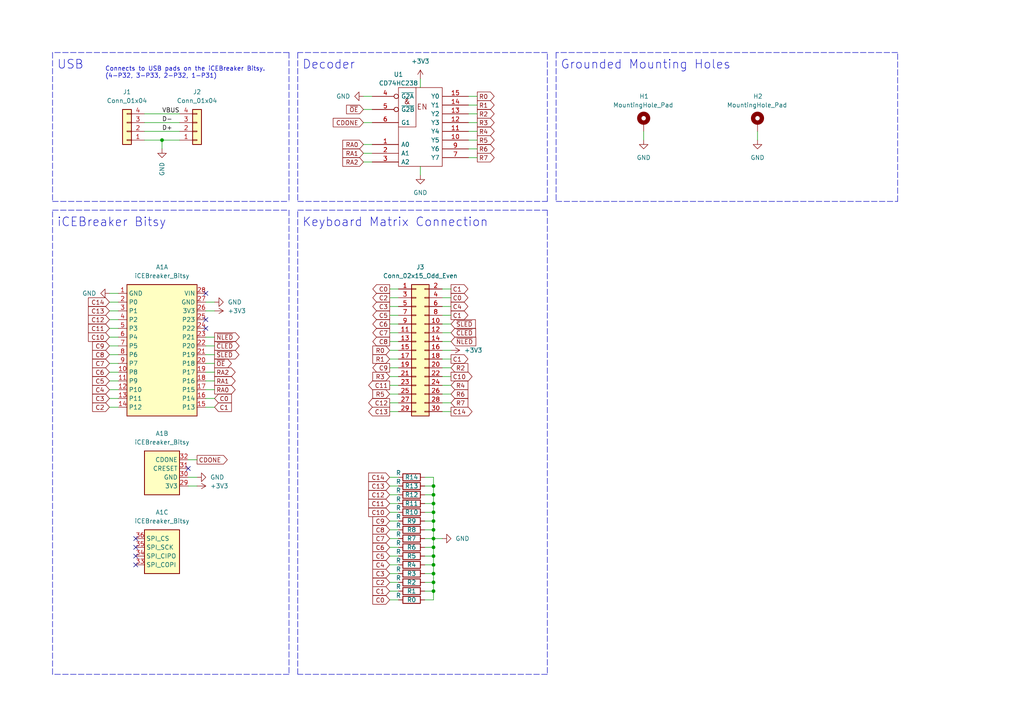
<source format=kicad_sch>
(kicad_sch (version 20211123) (generator eeschema)
  (paper "A4")
  (title_block (title "WASD v1 Keyboard to iCEBreaker Bitsy Bridge") (date "2022-02-20") (rev "v0.1"))
  (lib_symbols
    (symbol "74xx_IEEE:74HC238" (pin_names (offset 0.762))
      (property "Reference" "U" (at 3.81 8.89 0))
      (property "Value" "74HC238" (at 8.89 -16.51 0))
      (symbol "74HC238_0_0"
        (text "&" (at -3.81 3.556 0) (effects (font (size 1.524 1.524))))
        (text "EN" (at 0.508 2.032 0) (effects (font (size 1.524 1.524))))
        (pin power_in line (at 0 7.62 270) (length 0) hide (name "VCC") (number "16"))
      )
      (symbol "74HC238_0_1"
        (rectangle (start -6.35 7.62) (end 6.35 -15.24))
        (polyline (pts (xy -1.27 7.62) (xy -1.27 -3.81) (xy -6.35 -3.81) (xy -6.35 -3.81)))
      )
      (symbol "74HC238_1_1"
        (pin input line (at -13.97 -8.89 0) (length 7.62) (name "A0") (number "1"))
        (pin output line (at 13.97 -7.62 180) (length 7.62) (name "Y5") (number "10"))
        (pin output line (at 13.97 -5.08 180) (length 7.62) (name "Y4") (number "11"))
        (pin output line (at 13.97 -2.54 180) (length 7.62) (name "Y3") (number "12"))
        (pin output line (at 13.97 0 180) (length 7.62) (name "Y2") (number "13"))
        (pin output line (at 13.97 2.54 180) (length 7.62) (name "Y1") (number "14"))
        (pin output line (at 13.97 5.08 180) (length 7.62) (name "Y0") (number "15"))
        (pin input line (at -13.97 -11.43 0) (length 7.62) (name "A1") (number "2"))
        (pin input line (at -13.97 -13.97 0) (length 7.62) (name "A2") (number "3"))
        (pin input inverted (at -13.97 5.08 0) (length 7.62) (name "~{G2A}") (number "4"))
        (pin input inverted (at -13.97 1.27 0) (length 7.62) (name "~{G2B}") (number "5"))
        (pin input line (at -13.97 -2.54 0) (length 7.62) (name "G1") (number "6"))
        (pin output line (at 13.97 -12.7 180) (length 7.62) (name "Y7") (number "7"))
        (pin power_in line (at 0 -15.24 90) (length 0) hide (name "GND") (number "8"))
        (pin output line (at 13.97 -10.16 180) (length 7.62) (name "Y6") (number "9"))
      )
    )
    (symbol "Connector_Generic:Conn_01x04" (pin_names (offset 1.016) hide)
      (property "Reference" "J" (at 0 5.08 0))
      (property "Value" "Conn_01x04" (at 0 -7.62 0))
      (symbol "Conn_01x04_1_1"
        (rectangle (start -1.27 -4.953) (end 0 -5.207) (stroke (width 0.1524)))
        (rectangle (start -1.27 -2.413) (end 0 -2.667) (stroke (width 0.1524)))
        (rectangle (start -1.27 0.127) (end 0 -0.127) (stroke (width 0.1524)))
        (rectangle (start -1.27 2.667) (end 0 2.413) (stroke (width 0.1524)))
        (rectangle (start -1.27 3.81) (end 1.27 -6.35) (stroke (width 0.254)) (fill (type background)))
        (pin passive line (at -5.08 2.54 0) (length 3.81) (name "Pin_1") (number "1"))
        (pin passive line (at -5.08 0 0) (length 3.81) (name "Pin_2") (number "2"))
        (pin passive line (at -5.08 -2.54 0) (length 3.81) (name "Pin_3") (number "3"))
        (pin passive line (at -5.08 -5.08 0) (length 3.81) (name "Pin_4") (number "4"))
      )
    )
    (symbol "Connector_Generic:Conn_02x15_Odd_Even" (pin_names (offset 1.016) hide)
      (property "Reference" "J" (at 1.27 20.32 0))
      (property "Value" "Conn_02x15_Odd_Even" (at 1.27 -20.32 0))
      (symbol "Conn_02x15_Odd_Even_1_1"
        (rectangle (start -1.27 -17.653) (end 0 -17.907) (stroke (width 0.1524)))
        (rectangle (start -1.27 -15.113) (end 0 -15.367) (stroke (width 0.1524)))
        (rectangle (start -1.27 -12.573) (end 0 -12.827) (stroke (width 0.1524)))
        (rectangle (start -1.27 -10.033) (end 0 -10.287) (stroke (width 0.1524)))
        (rectangle (start -1.27 -7.493) (end 0 -7.747) (stroke (width 0.1524)))
        (rectangle (start -1.27 -4.953) (end 0 -5.207) (stroke (width 0.1524)))
        (rectangle (start -1.27 -2.413) (end 0 -2.667) (stroke (width 0.1524)))
        (rectangle (start -1.27 0.127) (end 0 -0.127) (stroke (width 0.1524)))
        (rectangle (start -1.27 2.667) (end 0 2.413) (stroke (width 0.1524)))
        (rectangle (start -1.27 5.207) (end 0 4.953) (stroke (width 0.1524)))
        (rectangle (start -1.27 7.747) (end 0 7.493) (stroke (width 0.1524)))
        (rectangle (start -1.27 10.287) (end 0 10.033) (stroke (width 0.1524)))
        (rectangle (start -1.27 12.827) (end 0 12.573) (stroke (width 0.1524)))
        (rectangle (start -1.27 15.367) (end 0 15.113) (stroke (width 0.1524)))
        (rectangle (start -1.27 17.907) (end 0 17.653) (stroke (width 0.1524)))
        (rectangle (start -1.27 19.05) (end 3.81 -19.05) (stroke (width 0.254)) (fill (type background)))
        (rectangle (start 3.81 -17.653) (end 2.54 -17.907) (stroke (width 0.1524)))
        (rectangle (start 3.81 -15.113) (end 2.54 -15.367) (stroke (width 0.1524)))
        (rectangle (start 3.81 -12.573) (end 2.54 -12.827) (stroke (width 0.1524)))
        (rectangle (start 3.81 -10.033) (end 2.54 -10.287) (stroke (width 0.1524)))
        (rectangle (start 3.81 -7.493) (end 2.54 -7.747) (stroke (width 0.1524)))
        (rectangle (start 3.81 -4.953) (end 2.54 -5.207) (stroke (width 0.1524)))
        (rectangle (start 3.81 -2.413) (end 2.54 -2.667) (stroke (width 0.1524)))
        (rectangle (start 3.81 0.127) (end 2.54 -0.127) (stroke (width 0.1524)))
        (rectangle (start 3.81 2.667) (end 2.54 2.413) (stroke (width 0.1524)))
        (rectangle (start 3.81 5.207) (end 2.54 4.953) (stroke (width 0.1524)))
        (rectangle (start 3.81 7.747) (end 2.54 7.493) (stroke (width 0.1524)))
        (rectangle (start 3.81 10.287) (end 2.54 10.033) (stroke (width 0.1524)))
        (rectangle (start 3.81 12.827) (end 2.54 12.573) (stroke (width 0.1524)))
        (rectangle (start 3.81 15.367) (end 2.54 15.113) (stroke (width 0.1524)))
        (rectangle (start 3.81 17.907) (end 2.54 17.653) (stroke (width 0.1524)))
        (pin passive line (at -5.08 17.78 0) (length 3.81) (name "Pin_1") (number "1"))
        (pin passive line (at 7.62 7.62 180) (length 3.81) (name "Pin_10") (number "10"))
        (pin passive line (at -5.08 5.08 0) (length 3.81) (name "Pin_11") (number "11"))
        (pin passive line (at 7.62 5.08 180) (length 3.81) (name "Pin_12") (number "12"))
        (pin passive line (at -5.08 2.54 0) (length 3.81) (name "Pin_13") (number "13"))
        (pin passive line (at 7.62 2.54 180) (length 3.81) (name "Pin_14") (number "14"))
        (pin passive line (at -5.08 0 0) (length 3.81) (name "Pin_15") (number "15"))
        (pin passive line (at 7.62 0 180) (length 3.81) (name "Pin_16") (number "16"))
        (pin passive line (at -5.08 -2.54 0) (length 3.81) (name "Pin_17") (number "17"))
        (pin passive line (at 7.62 -2.54 180) (length 3.81) (name "Pin_18") (number "18"))
        (pin passive line (at -5.08 -5.08 0) (length 3.81) (name "Pin_19") (number "19"))
        (pin passive line (at 7.62 17.78 180) (length 3.81) (name "Pin_2") (number "2"))
        (pin passive line (at 7.62 -5.08 180) (length 3.81) (name "Pin_20") (number "20"))
        (pin passive line (at -5.08 -7.62 0) (length 3.81) (name "Pin_21") (number "21"))
        (pin passive line (at 7.62 -7.62 180) (length 3.81) (name "Pin_22") (number "22"))
        (pin passive line (at -5.08 -10.16 0) (length 3.81) (name "Pin_23") (number "23"))
        (pin passive line (at 7.62 -10.16 180) (length 3.81) (name "Pin_24") (number "24"))
        (pin passive line (at -5.08 -12.7 0) (length 3.81) (name "Pin_25") (number "25"))
        (pin passive line (at 7.62 -12.7 180) (length 3.81) (name "Pin_26") (number "26"))
        (pin passive line (at -5.08 -15.24 0) (length 3.81) (name "Pin_27") (number "27"))
        (pin passive line (at 7.62 -15.24 180) (length 3.81) (name "Pin_28") (number "28"))
        (pin passive line (at -5.08 -17.78 0) (length 3.81) (name "Pin_29") (number "29"))
        (pin passive line (at -5.08 15.24 0) (length 3.81) (name "Pin_3") (number "3"))
        (pin passive line (at 7.62 -17.78 180) (length 3.81) (name "Pin_30") (number "30"))
        (pin passive line (at 7.62 15.24 180) (length 3.81) (name "Pin_4") (number "4"))
        (pin passive line (at -5.08 12.7 0) (length 3.81) (name "Pin_5") (number "5"))
        (pin passive line (at 7.62 12.7 180) (length 3.81) (name "Pin_6") (number "6"))
        (pin passive line (at -5.08 10.16 0) (length 3.81) (name "Pin_7") (number "7"))
        (pin passive line (at 7.62 10.16 180) (length 3.81) (name "Pin_8") (number "8"))
        (pin passive line (at -5.08 7.62 0) (length 3.81) (name "Pin_9") (number "9"))
      )
    )
    (symbol "Device:R" (pin_numbers hide) (pin_names (offset 0))
      (property "Reference" "R" (at 2.032 0 90))
      (property "Value" "R" (at 0 0 90))
      (symbol "R_0_1"
        (rectangle (start -1.016 -2.54) (end 1.016 2.54) (stroke (width 0.254)))
      )
      (symbol "R_1_1"
        (pin passive line (at 0 3.81 270) (length 1.27) (name "~") (number "1"))
        (pin passive line (at 0 -3.81 90) (length 1.27) (name "~") (number "2"))
      )
    )
    (symbol "Mechanical:MountingHole_Pad" (pin_numbers hide) (pin_names (offset 1.016) hide)
      (property "Reference" "H" (at 0 6.35 0))
      (property "Value" "MountingHole_Pad" (at 0 4.445 0))
      (symbol "MountingHole_Pad_0_1"
        (circle (center 0 1.27) (radius 1.27) (stroke (width 1.27)))
      )
      (symbol "MountingHole_Pad_1_1"
        (pin input line (at 0 -2.54 90) (length 2.54) (name "1") (number "1"))
      )
    )
    (symbol "pkl_module:iCEBreaker_Bitsy"
      (property "Reference" "A" (at 0 21.59 0))
      (property "Value" "iCEBreaker_Bitsy" (at 0 19.05 0))
      (symbol "iCEBreaker_Bitsy_1_1"
        (rectangle (start -10.16 17.78) (end 10.16 -20.32) (stroke (width 0.254)) (fill (type background)))
        (pin power_out line (at -12.7 15.24 0) (length 2.54) (name "GND") (number "1"))
        (pin bidirectional line (at -12.7 -7.62 0) (length 2.54) (name "P8") (number "10"))
        (pin bidirectional line (at -12.7 -10.16 0) (length 2.54) (name "P9") (number "11"))
        (pin bidirectional line (at -12.7 -12.7 0) (length 2.54) (name "P10") (number "12"))
        (pin bidirectional line (at -12.7 -15.24 0) (length 2.54) (name "P11") (number "13"))
        (pin bidirectional line (at -12.7 -17.78 0) (length 2.54) (name "P12") (number "14"))
        (pin bidirectional line (at 12.7 -17.78 180) (length 2.54) (name "P13") (number "15"))
        (pin bidirectional line (at 12.7 -15.24 180) (length 2.54) (name "P14") (number "16"))
        (pin bidirectional line (at 12.7 -12.7 180) (length 2.54) (name "P15") (number "17"))
        (pin bidirectional line (at 12.7 -10.16 180) (length 2.54) (name "P16") (number "18"))
        (pin bidirectional line (at 12.7 -7.62 180) (length 2.54) (name "P17") (number "19"))
        (pin bidirectional line (at -12.7 12.7 0) (length 2.54) (name "P0") (number "2"))
        (pin bidirectional line (at 12.7 -5.08 180) (length 2.54) (name "P18") (number "20"))
        (pin bidirectional line (at 12.7 -2.54 180) (length 2.54) (name "P19") (number "21"))
        (pin bidirectional line (at 12.7 0 180) (length 2.54) (name "P20") (number "22"))
        (pin bidirectional line (at 12.7 2.54 180) (length 2.54) (name "P21") (number "23"))
        (pin bidirectional line (at 12.7 5.08 180) (length 2.54) (name "P22") (number "24"))
        (pin bidirectional line (at 12.7 7.62 180) (length 2.54) (name "P23") (number "25"))
        (pin power_out line (at 12.7 10.16 180) (length 2.54) (name "3V3") (number "26"))
        (pin power_out line (at 12.7 12.7 180) (length 2.54) (name "GND") (number "27"))
        (pin power_in line (at 12.7 15.24 180) (length 2.54) (name "VIN") (number "28"))
        (pin bidirectional line (at -12.7 10.16 0) (length 2.54) (name "P1") (number "3"))
        (pin bidirectional line (at -12.7 7.62 0) (length 2.54) (name "P2") (number "4"))
        (pin bidirectional line (at -12.7 5.08 0) (length 2.54) (name "P3") (number "5"))
        (pin bidirectional line (at -12.7 2.54 0) (length 2.54) (name "P4") (number "6"))
        (pin bidirectional line (at -12.7 0 0) (length 2.54) (name "P5") (number "7"))
        (pin bidirectional line (at -12.7 -2.54 0) (length 2.54) (name "P6") (number "8"))
        (pin bidirectional line (at -12.7 -5.08 0) (length 2.54) (name "P7") (number "9"))
      )
      (symbol "iCEBreaker_Bitsy_2_1"
        (rectangle (start -5.08 7.62) (end 5.08 -5.08) (stroke (width 0.254)) (fill (type background)))
        (pin power_out line (at 7.62 -2.54 180) (length 2.54) (name "3V3") (number "29"))
        (pin power_out line (at 7.62 0 180) (length 2.54) (name "GND") (number "30"))
        (pin input line (at 7.62 2.54 180) (length 2.54) (name "CRESET") (number "31"))
        (pin output line (at 7.62 5.08 180) (length 2.54) (name "CDONE") (number "32"))
      )
      (symbol "iCEBreaker_Bitsy_3_1"
        (rectangle (start -5.08 7.62) (end 5.08 -5.08) (stroke (width 0.254)) (fill (type background)))
        (pin bidirectional line (at -7.62 -2.54 0) (length 2.54) (name "SPI_COPI") (number "33"))
        (pin bidirectional line (at -7.62 0 0) (length 2.54) (name "SPI_CIPO") (number "34"))
        (pin bidirectional line (at -7.62 2.54 0) (length 2.54) (name "SPI_SCK") (number "35"))
        (pin bidirectional line (at -7.62 5.08 0) (length 2.54) (name "SPI_CS") (number "36"))
      )
    )
    (symbol "power:+3V3" (power) (pin_names (offset 0))
      (property "Value" "+3V3" (at 0 3.556 0))
      (symbol "+3V3_0_1"
        (polyline (pts (xy -0.762 1.27) (xy 0 2.54)))
        (polyline (pts (xy 0 0) (xy 0 2.54)))
        (polyline (pts (xy 0 2.54) (xy 0.762 1.27)))
      )
      (symbol "+3V3_1_1"
        (pin power_in line (at 0 0 90) (length 0) hide (name "+3V3") (number "1"))
      )
    )
    (symbol "power:GND" (power) (pin_names (offset 0))
      (property "Value" "GND" (at 0 -3.81 0))
      (symbol "GND_0_1"
        (polyline (pts (xy 0 0) (xy 0 -1.27) (xy 1.27 -1.27) (xy 0 -2.54) (xy -1.27 -1.27) (xy 0 -1.27)))
      )
      (symbol "GND_1_1"
        (pin power_in line (at 0 0 270) (length 0) hide (name "GND") (number "1"))
      )
    )
  )
  (junction (at 125.73 146.05))
  (junction (at 125.73 140.97))
  (junction (at 125.73 168.91))
  (junction (at 125.73 161.29))
  (junction (at 125.73 171.45))
  (junction (at 125.73 156.21))
  (junction (at 125.73 158.75))
  (junction (at 125.73 148.59))
  (junction (at 46.99 40.64))
  (junction (at 125.73 153.67))
  (junction (at 125.73 166.37))
  (junction (at 125.73 163.83))
  (junction (at 125.73 143.51))
  (junction (at 125.73 151.13))
  (no_connect (at 39.37 156.21))
  (no_connect (at 39.37 158.75))
  (no_connect (at 39.37 161.29))
  (no_connect (at 39.37 163.83))
  (no_connect (at 59.69 85.09))
  (no_connect (at 54.61 135.89))
  (no_connect (at 59.69 92.71))
  (no_connect (at 59.69 95.25))
  (wire (pts (xy 113.03 171.45) (xy 115.57 171.45)))
  (wire (pts (xy 113.03 88.9) (xy 115.57 88.9)))
  (wire (pts (xy 125.73 156.21) (xy 125.73 158.75)))
  (wire (pts (xy 113.03 161.29) (xy 115.57 161.29)))
  (wire (pts (xy 113.03 151.13) (xy 115.57 151.13)))
  (polyline (pts (xy 158.75 60.96) (xy 158.75 195.58)))
  (wire (pts (xy 113.03 140.97) (xy 115.57 140.97)))
  (wire (pts (xy 113.03 163.83) (xy 115.57 163.83)))
  (wire (pts (xy 31.75 87.63) (xy 34.29 87.63)))
  (wire (pts (xy 54.61 138.43) (xy 57.15 138.43)))
  (wire (pts (xy 41.91 40.64) (xy 46.99 40.64)))
  (wire (pts (xy 105.41 31.75) (xy 107.95 31.75)))
  (polyline (pts (xy 15.24 195.58) (xy 15.24 60.96)))
  (wire (pts (xy 105.41 41.91) (xy 107.95 41.91)))
  (wire (pts (xy 123.19 143.51) (xy 125.73 143.51)))
  (wire (pts (xy 113.03 83.82) (xy 115.57 83.82)))
  (wire (pts (xy 123.19 151.13) (xy 125.73 151.13)))
  (wire (pts (xy 123.19 148.59) (xy 125.73 148.59)))
  (wire (pts (xy 113.03 99.06) (xy 115.57 99.06)))
  (wire (pts (xy 128.27 83.82) (xy 130.81 83.82)))
  (wire (pts (xy 125.73 143.51) (xy 125.73 146.05)))
  (wire (pts (xy 135.89 38.1) (xy 138.43 38.1)))
  (polyline (pts (xy 83.82 15.24) (xy 15.24 15.24)))
  (wire (pts (xy 135.89 30.48) (xy 138.43 30.48)))
  (wire (pts (xy 59.69 110.49) (xy 62.23 110.49)))
  (wire (pts (xy 123.19 163.83) (xy 125.73 163.83)))
  (wire (pts (xy 135.89 33.02) (xy 138.43 33.02)))
  (wire (pts (xy 113.03 119.38) (xy 115.57 119.38)))
  (wire (pts (xy 123.19 168.91) (xy 125.73 168.91)))
  (wire (pts (xy 59.69 87.63) (xy 62.23 87.63)))
  (wire (pts (xy 135.89 43.18) (xy 138.43 43.18)))
  (wire (pts (xy 31.75 95.25) (xy 34.29 95.25)))
  (wire (pts (xy 128.27 119.38) (xy 130.81 119.38)))
  (wire (pts (xy 128.27 91.44) (xy 130.81 91.44)))
  (wire (pts (xy 113.03 156.21) (xy 115.57 156.21)))
  (wire (pts (xy 113.03 166.37) (xy 115.57 166.37)))
  (polyline (pts (xy 158.75 58.42) (xy 158.75 15.24)))
  (wire (pts (xy 113.03 101.6) (xy 115.57 101.6)))
  (wire (pts (xy 123.19 161.29) (xy 125.73 161.29)))
  (wire (pts (xy 123.19 171.45) (xy 125.73 171.45)))
  (polyline (pts (xy 83.82 60.96) (xy 83.82 195.58)))
  (wire (pts (xy 125.73 148.59) (xy 125.73 151.13)))
  (wire (pts (xy 121.92 22.86) (xy 121.92 25.4)))
  (wire (pts (xy 125.73 151.13) (xy 125.73 153.67)))
  (wire (pts (xy 31.75 85.09) (xy 34.29 85.09)))
  (wire (pts (xy 31.75 105.41) (xy 34.29 105.41)))
  (polyline (pts (xy 161.29 58.42) (xy 260.35 58.42)))
  (wire (pts (xy 113.03 86.36) (xy 115.57 86.36)))
  (wire (pts (xy 113.03 148.59) (xy 115.57 148.59)))
  (wire (pts (xy 105.41 35.56) (xy 107.95 35.56)))
  (wire (pts (xy 123.19 156.21) (xy 125.73 156.21)))
  (wire (pts (xy 123.19 140.97) (xy 125.73 140.97)))
  (polyline (pts (xy 158.75 195.58) (xy 86.36 195.58)))
  (wire (pts (xy 128.27 114.3) (xy 130.81 114.3)))
  (wire (pts (xy 125.73 171.45) (xy 125.73 173.99)))
  (wire (pts (xy 125.73 166.37) (xy 125.73 168.91)))
  (polyline (pts (xy 86.36 60.96) (xy 158.75 60.96)))
  (polyline (pts (xy 15.24 60.96) (xy 83.82 60.96)))
  (wire (pts (xy 125.73 146.05) (xy 125.73 148.59)))
  (wire (pts (xy 59.69 102.87) (xy 62.23 102.87)))
  (wire (pts (xy 123.19 153.67) (xy 125.73 153.67)))
  (wire (pts (xy 59.69 113.03) (xy 62.23 113.03)))
  (wire (pts (xy 128.27 101.6) (xy 130.81 101.6)))
  (wire (pts (xy 125.73 158.75) (xy 125.73 161.29)))
  (wire (pts (xy 128.27 96.52) (xy 130.81 96.52)))
  (wire (pts (xy 128.27 104.14) (xy 130.81 104.14)))
  (wire (pts (xy 123.19 166.37) (xy 125.73 166.37)))
  (wire (pts (xy 31.75 102.87) (xy 34.29 102.87)))
  (wire (pts (xy 125.73 168.91) (xy 125.73 171.45)))
  (wire (pts (xy 41.91 33.02) (xy 52.07 33.02)))
  (wire (pts (xy 121.92 48.26) (xy 121.92 50.8)))
  (wire (pts (xy 128.27 109.22) (xy 130.81 109.22)))
  (wire (pts (xy 31.75 92.71) (xy 34.29 92.71)))
  (polyline (pts (xy 15.24 15.24) (xy 15.24 58.42)))
  (wire (pts (xy 125.73 156.21) (xy 128.27 156.21)))
  (wire (pts (xy 113.03 168.91) (xy 115.57 168.91)))
  (wire (pts (xy 128.27 86.36) (xy 130.81 86.36)))
  (wire (pts (xy 59.69 100.33) (xy 62.23 100.33)))
  (wire (pts (xy 113.03 96.52) (xy 115.57 96.52)))
  (wire (pts (xy 125.73 138.43) (xy 125.73 140.97)))
  (polyline (pts (xy 260.35 15.24) (xy 161.29 15.24)))
  (wire (pts (xy 128.27 106.68) (xy 130.81 106.68)))
  (wire (pts (xy 113.03 91.44) (xy 115.57 91.44)))
  (wire (pts (xy 113.03 109.22) (xy 115.57 109.22)))
  (wire (pts (xy 59.69 90.17) (xy 62.23 90.17)))
  (wire (pts (xy 41.91 35.56) (xy 52.07 35.56)))
  (wire (pts (xy 135.89 45.72) (xy 138.43 45.72)))
  (polyline (pts (xy 86.36 195.58) (xy 86.36 60.96)))
  (polyline (pts (xy 86.36 15.24) (xy 86.36 58.42)))
  (wire (pts (xy 59.69 97.79) (xy 62.23 97.79)))
  (wire (pts (xy 113.03 93.98) (xy 115.57 93.98)))
  (wire (pts (xy 31.75 97.79) (xy 34.29 97.79)))
  (wire (pts (xy 125.73 161.29) (xy 125.73 163.83)))
  (wire (pts (xy 31.75 100.33) (xy 34.29 100.33)))
  (wire (pts (xy 31.75 107.95) (xy 34.29 107.95)))
  (wire (pts (xy 31.75 90.17) (xy 34.29 90.17)))
  (wire (pts (xy 113.03 114.3) (xy 115.57 114.3)))
  (wire (pts (xy 113.03 153.67) (xy 115.57 153.67)))
  (polyline (pts (xy 15.24 58.42) (xy 83.82 58.42)))
  (polyline (pts (xy 83.82 195.58) (xy 15.24 195.58)))
  (polyline (pts (xy 83.82 15.24) (xy 83.82 58.42)))
  (wire (pts (xy 123.19 158.75) (xy 125.73 158.75)))
  (wire (pts (xy 135.89 27.94) (xy 138.43 27.94)))
  (wire (pts (xy 135.89 35.56) (xy 138.43 35.56)))
  (wire (pts (xy 113.03 158.75) (xy 115.57 158.75)))
  (wire (pts (xy 113.03 111.76) (xy 115.57 111.76)))
  (wire (pts (xy 128.27 99.06) (xy 130.81 99.06)))
  (wire (pts (xy 123.19 138.43) (xy 125.73 138.43)))
  (wire (pts (xy 113.03 143.51) (xy 115.57 143.51)))
  (wire (pts (xy 105.41 46.99) (xy 107.95 46.99)))
  (wire (pts (xy 128.27 88.9) (xy 130.81 88.9)))
  (wire (pts (xy 113.03 138.43) (xy 115.57 138.43)))
  (polyline (pts (xy 260.35 58.42) (xy 260.35 15.24)))
  (wire (pts (xy 31.75 113.03) (xy 34.29 113.03)))
  (wire (pts (xy 123.19 173.99) (xy 125.73 173.99)))
  (polyline (pts (xy 158.75 15.24) (xy 86.36 15.24)))
  (wire (pts (xy 113.03 106.68) (xy 115.57 106.68)))
  (wire (pts (xy 128.27 111.76) (xy 130.81 111.76)))
  (wire (pts (xy 59.69 105.41) (xy 62.23 105.41)))
  (wire (pts (xy 123.19 146.05) (xy 125.73 146.05)))
  (wire (pts (xy 31.75 110.49) (xy 34.29 110.49)))
  (wire (pts (xy 113.03 104.14) (xy 115.57 104.14)))
  (wire (pts (xy 59.69 115.57) (xy 62.23 115.57)))
  (wire (pts (xy 31.75 118.11) (xy 34.29 118.11)))
  (wire (pts (xy 128.27 116.84) (xy 130.81 116.84)))
  (wire (pts (xy 46.99 40.64) (xy 46.99 43.18)))
  (wire (pts (xy 186.69 38.1) (xy 186.69 40.64)))
  (wire (pts (xy 128.27 93.98) (xy 130.81 93.98)))
  (wire (pts (xy 46.99 40.64) (xy 52.07 40.64)))
  (wire (pts (xy 135.89 40.64) (xy 138.43 40.64)))
  (wire (pts (xy 125.73 153.67) (xy 125.73 156.21)))
  (wire (pts (xy 59.69 107.95) (xy 62.23 107.95)))
  (polyline (pts (xy 161.29 15.24) (xy 161.29 58.42)))
  (wire (pts (xy 54.61 133.35) (xy 57.15 133.35)))
  (wire (pts (xy 125.73 163.83) (xy 125.73 166.37)))
  (wire (pts (xy 113.03 173.99) (xy 115.57 173.99)))
  (wire (pts (xy 105.41 44.45) (xy 107.95 44.45)))
  (polyline (pts (xy 86.36 58.42) (xy 158.75 58.42)))
  (wire (pts (xy 107.95 27.94) (xy 105.41 27.94)))
  (wire (pts (xy 31.75 115.57) (xy 34.29 115.57)))
  (wire (pts (xy 125.73 140.97) (xy 125.73 143.51)))
  (wire (pts (xy 41.91 38.1) (xy 52.07 38.1)))
  (wire (pts (xy 113.03 116.84) (xy 115.57 116.84)))
  (wire (pts (xy 219.71 38.1) (xy 219.71 40.64)))
  (wire (pts (xy 59.69 118.11) (xy 62.23 118.11)))
  (wire (pts (xy 54.61 140.97) (xy 57.15 140.97)))
  (wire (pts (xy 113.03 146.05) (xy 115.57 146.05)))
  (text "Grounded Mounting Holes" (at 162.56 20.32 0) (effects (font (size 2.54 2.54)) (justify left bottom)))
  (text "Decoder" (at 87.63 20.32 0) (effects (font (size 2.54 2.54)) (justify left bottom)))
  (text "USB" (at 16.51 20.32 0) (effects (font (size 2.54 2.54)) (justify left bottom)))
  (text "Keyboard Matrix Connection" (at 87.63 66.04 0) (effects (font (size 2.54 2.54)) (justify left bottom)))
  (text "Connects to USB pads on the iCEBreaker Bitsy.\n(4-P32, 3-P33, 2-P32, 1-P31)" (at 30.48 22.86 0) (effects (font (size 1.27 1.27)) (justify left bottom)))
  (text "iCEBreaker Bitsy" (at 16.51 66.04 0) (effects (font (size 2.54 2.54)) (justify left bottom)))
  (label "D-" (at 46.99 35.56 0))
  (label "D+" (at 46.99 38.1 0))
  (label "VBUS" (at 46.99 33.02 0))
  (global_label "C10" (shape input) (at 31.75 97.79 180) (property "Intersheet References" "${INTERSHEET_REFS}" (effects hide)))
  (global_label "C12" (shape input) (at 31.75 92.71 180) (property "Intersheet References" "${INTERSHEET_REFS}" (effects hide)))
  (global_label "C1" (shape output) (at 130.81 91.44 0) (property "Intersheet References" "${INTERSHEET_REFS}" (effects hide)))
  (global_label "C3" (shape output) (at 113.03 88.9 180) (property "Intersheet References" "${INTERSHEET_REFS}" (effects hide)))
  (global_label "R7" (shape output) (at 138.43 45.72 0) (property "Intersheet References" "${INTERSHEET_REFS}" (effects hide)))
  (global_label "C0" (shape output) (at 113.03 83.82 180) (property "Intersheet References" "${INTERSHEET_REFS}" (effects hide)))
  (global_label "~{NLED}" (shape output) (at 62.23 97.79 0) (property "Intersheet References" "${INTERSHEET_REFS}" (effects hide)))
  (global_label "C8" (shape input) (at 31.75 102.87 180) (property "Intersheet References" "${INTERSHEET_REFS}" (effects hide)))
  (global_label "R0" (shape output) (at 138.43 27.94 0) (property "Intersheet References" "${INTERSHEET_REFS}" (effects hide)))
  (global_label "~{CLED}" (shape output) (at 62.23 100.33 0) (property "Intersheet References" "${INTERSHEET_REFS}" (effects hide)))
  (global_label "C9" (shape output) (at 113.03 106.68 180) (property "Intersheet References" "${INTERSHEET_REFS}" (effects hide)))
  (global_label "~{OE}" (shape output) (at 62.23 105.41 0) (property "Intersheet References" "${INTERSHEET_REFS}" (effects hide)))
  (global_label "C2" (shape input) (at 113.03 168.91 180) (property "Intersheet References" "${INTERSHEET_REFS}" (effects hide)))
  (global_label "R5" (shape output) (at 138.43 40.64 0) (property "Intersheet References" "${INTERSHEET_REFS}" (effects hide)))
  (global_label "C1" (shape output) (at 130.81 83.82 0) (property "Intersheet References" "${INTERSHEET_REFS}" (effects hide)))
  (global_label "C0" (shape input) (at 62.23 115.57 0) (property "Intersheet References" "${INTERSHEET_REFS}" (effects hide)))
  (global_label "C1" (shape input) (at 62.23 118.11 0) (property "Intersheet References" "${INTERSHEET_REFS}" (effects hide)))
  (global_label "C4" (shape input) (at 31.75 113.03 180) (property "Intersheet References" "${INTERSHEET_REFS}" (effects hide)))
  (global_label "C7" (shape output) (at 113.03 96.52 180) (property "Intersheet References" "${INTERSHEET_REFS}" (effects hide)))
  (global_label "C4" (shape output) (at 130.81 88.9 0) (property "Intersheet References" "${INTERSHEET_REFS}" (effects hide)))
  (global_label "C5" (shape input) (at 31.75 110.49 180) (property "Intersheet References" "${INTERSHEET_REFS}" (effects hide)))
  (global_label "R2" (shape output) (at 138.43 33.02 0) (property "Intersheet References" "${INTERSHEET_REFS}" (effects hide)))
  (global_label "R3" (shape input) (at 113.03 109.22 180) (property "Intersheet References" "${INTERSHEET_REFS}" (effects hide)))
  (global_label "C0" (shape output) (at 130.81 86.36 0) (property "Intersheet References" "${INTERSHEET_REFS}" (effects hide)))
  (global_label "RA0" (shape input) (at 105.41 41.91 180) (property "Intersheet References" "${INTERSHEET_REFS}" (effects hide)))
  (global_label "C1" (shape output) (at 130.81 104.14 0) (property "Intersheet References" "${INTERSHEET_REFS}" (effects hide)))
  (global_label "~{OE}" (shape input) (at 105.41 31.75 180) (property "Intersheet References" "${INTERSHEET_REFS}" (effects hide)))
  (global_label "C8" (shape output) (at 113.03 99.06 180) (property "Intersheet References" "${INTERSHEET_REFS}" (effects hide)))
  (global_label "~{NLED}" (shape input) (at 130.81 99.06 0) (property "Intersheet References" "${INTERSHEET_REFS}" (effects hide)))
  (global_label "C0" (shape input) (at 113.03 173.99 180) (property "Intersheet References" "${INTERSHEET_REFS}" (effects hide)))
  (global_label "R1" (shape input) (at 113.03 104.14 180) (property "Intersheet References" "${INTERSHEET_REFS}" (effects hide)))
  (global_label "C11" (shape output) (at 113.03 111.76 180) (property "Intersheet References" "${INTERSHEET_REFS}" (effects hide)))
  (global_label "C7" (shape input) (at 113.03 156.21 180) (property "Intersheet References" "${INTERSHEET_REFS}" (effects hide)))
  (global_label "R3" (shape output) (at 138.43 35.56 0) (property "Intersheet References" "${INTERSHEET_REFS}" (effects hide)))
  (global_label "C13" (shape input) (at 31.75 90.17 180) (property "Intersheet References" "${INTERSHEET_REFS}" (effects hide)))
  (global_label "C5" (shape output) (at 113.03 91.44 180) (property "Intersheet References" "${INTERSHEET_REFS}" (effects hide)))
  (global_label "C7" (shape input) (at 31.75 105.41 180) (property "Intersheet References" "${INTERSHEET_REFS}" (effects hide)))
  (global_label "R7" (shape input) (at 130.81 116.84 0) (property "Intersheet References" "${INTERSHEET_REFS}" (effects hide)))
  (global_label "C6" (shape input) (at 31.75 107.95 180) (property "Intersheet References" "${INTERSHEET_REFS}" (effects hide)))
  (global_label "C9" (shape input) (at 31.75 100.33 180) (property "Intersheet References" "${INTERSHEET_REFS}" (effects hide)))
  (global_label "RA1" (shape output) (at 62.23 110.49 0) (property "Intersheet References" "${INTERSHEET_REFS}" (effects hide)))
  (global_label "CDONE" (shape input) (at 105.41 35.56 180) (property "Intersheet References" "${INTERSHEET_REFS}" (effects hide)))
  (global_label "R0" (shape input) (at 113.03 101.6 180) (property "Intersheet References" "${INTERSHEET_REFS}" (effects hide)))
  (global_label "C14" (shape input) (at 113.03 138.43 180) (property "Intersheet References" "${INTERSHEET_REFS}" (effects hide)))
  (global_label "C4" (shape input) (at 113.03 163.83 180) (property "Intersheet References" "${INTERSHEET_REFS}" (effects hide)))
  (global_label "C14" (shape output) (at 130.81 119.38 0) (property "Intersheet References" "${INTERSHEET_REFS}" (effects hide)))
  (global_label "C2" (shape input) (at 31.75 118.11 180) (property "Intersheet References" "${INTERSHEET_REFS}" (effects hide)))
  (global_label "RA2" (shape output) (at 62.23 107.95 0) (property "Intersheet References" "${INTERSHEET_REFS}" (effects hide)))
  (global_label "C6" (shape output) (at 113.03 93.98 180) (property "Intersheet References" "${INTERSHEET_REFS}" (effects hide)))
  (global_label "RA2" (shape input) (at 105.41 46.99 180) (property "Intersheet References" "${INTERSHEET_REFS}" (effects hide)))
  (global_label "R6" (shape input) (at 130.81 114.3 0) (property "Intersheet References" "${INTERSHEET_REFS}" (effects hide)))
  (global_label "C11" (shape input) (at 31.75 95.25 180) (property "Intersheet References" "${INTERSHEET_REFS}" (effects hide)))
  (global_label "R5" (shape input) (at 113.03 114.3 180) (property "Intersheet References" "${INTERSHEET_REFS}" (effects hide)))
  (global_label "C2" (shape output) (at 113.03 86.36 180) (property "Intersheet References" "${INTERSHEET_REFS}" (effects hide)))
  (global_label "C14" (shape input) (at 31.75 87.63 180) (property "Intersheet References" "${INTERSHEET_REFS}" (effects hide)))
  (global_label "C10" (shape output) (at 130.81 109.22 0) (property "Intersheet References" "${INTERSHEET_REFS}" (effects hide)))
  (global_label "~{CLED}" (shape input) (at 130.81 96.52 0) (property "Intersheet References" "${INTERSHEET_REFS}" (effects hide)))
  (global_label "R1" (shape output) (at 138.43 30.48 0) (property "Intersheet References" "${INTERSHEET_REFS}" (effects hide)))
  (global_label "C3" (shape input) (at 113.03 166.37 180) (property "Intersheet References" "${INTERSHEET_REFS}" (effects hide)))
  (global_label "R6" (shape output) (at 138.43 43.18 0) (property "Intersheet References" "${INTERSHEET_REFS}" (effects hide)))
  (global_label "C9" (shape input) (at 113.03 151.13 180) (property "Intersheet References" "${INTERSHEET_REFS}" (effects hide)))
  (global_label "C1" (shape input) (at 113.03 171.45 180) (property "Intersheet References" "${INTERSHEET_REFS}" (effects hide)))
  (global_label "C8" (shape input) (at 113.03 153.67 180) (property "Intersheet References" "${INTERSHEET_REFS}" (effects hide)))
  (global_label "R4" (shape output) (at 138.43 38.1 0) (property "Intersheet References" "${INTERSHEET_REFS}" (effects hide)))
  (global_label "C3" (shape input) (at 31.75 115.57 180) (property "Intersheet References" "${INTERSHEET_REFS}" (effects hide)))
  (global_label "RA1" (shape input) (at 105.41 44.45 180) (property "Intersheet References" "${INTERSHEET_REFS}" (effects hide)))
  (global_label "~{SLED}" (shape input) (at 130.81 93.98 0) (property "Intersheet References" "${INTERSHEET_REFS}" (effects hide)))
  (global_label "R4" (shape input) (at 130.81 111.76 0) (property "Intersheet References" "${INTERSHEET_REFS}" (effects hide)))
  (global_label "C6" (shape input) (at 113.03 158.75 180) (property "Intersheet References" "${INTERSHEET_REFS}" (effects hide)))
  (global_label "CDONE" (shape output) (at 57.15 133.35 0) (property "Intersheet References" "${INTERSHEET_REFS}" (effects hide)))
  (global_label "C13" (shape output) (at 113.03 119.38 180) (property "Intersheet References" "${INTERSHEET_REFS}" (effects hide)))
  (global_label "C12" (shape output) (at 113.03 116.84 180) (property "Intersheet References" "${INTERSHEET_REFS}" (effects hide)))
  (global_label "R2" (shape input) (at 130.81 106.68 0) (property "Intersheet References" "${INTERSHEET_REFS}" (effects hide)))
  (global_label "C13" (shape input) (at 113.03 140.97 180) (property "Intersheet References" "${INTERSHEET_REFS}" (effects hide)))
  (global_label "RA0" (shape output) (at 62.23 113.03 0) (property "Intersheet References" "${INTERSHEET_REFS}" (effects hide)))
  (global_label "C5" (shape input) (at 113.03 161.29 180) (property "Intersheet References" "${INTERSHEET_REFS}" (effects hide)))
  (global_label "C12" (shape input) (at 113.03 143.51 180) (property "Intersheet References" "${INTERSHEET_REFS}" (effects hide)))
  (global_label "C10" (shape input) (at 113.03 148.59 180) (property "Intersheet References" "${INTERSHEET_REFS}" (effects hide)))
  (global_label "~{SLED}" (shape output) (at 62.23 102.87 0) (property "Intersheet References" "${INTERSHEET_REFS}" (effects hide)))
  (global_label "C11" (shape input) (at 113.03 146.05 180) (property "Intersheet References" "${INTERSHEET_REFS}" (effects hide)))
  (symbol (lib_id "Device:R") (at 119.38 158.75 90) (unit 1)
    (property "Reference" "R6" (at 119.38 158.75 90))
    (property "Value" "R" (at 115.57 157.48 90))
    (property "Footprint" "Resistor_THT:R_Axial_DIN0207_L6.3mm_D2.5mm_P10.16mm_Horizontal" (effects hide))
  )
  (symbol (lib_id "power:GND") (at 62.23 87.63 90) (unit 1)
    (property "Reference" "#PWR0106" (effects hide))
    (property "Value" "GND" (at 66.04 87.6299 90) (effects (justify right)))
  )
  (symbol (lib_id "Device:R") (at 119.38 146.05 90) (unit 1)
    (property "Reference" "R11" (at 119.38 146.05 90))
    (property "Value" "R" (at 115.57 144.78 90))
    (property "Footprint" "Resistor_THT:R_Axial_DIN0207_L6.3mm_D2.5mm_P10.16mm_Horizontal" (effects hide))
  )
  (symbol (lib_id "power:GND") (at 219.71 40.64 0) (unit 1)
    (property "Reference" "#PWR0111" (effects hide))
    (property "Value" "GND" (at 219.71 45.72 0))
  )
  (symbol (lib_id "Device:R") (at 119.38 140.97 90) (unit 1)
    (property "Reference" "R13" (at 119.38 140.97 90))
    (property "Value" "R" (at 115.57 139.7 90))
    (property "Footprint" "Resistor_THT:R_Axial_DIN0207_L6.3mm_D2.5mm_P10.16mm_Horizontal" (effects hide))
  )
  (symbol (lib_id "74xx_IEEE:74HC238") (at 121.92 33.02 0) (unit 1)
    (property "Reference" "U1" (at 115.57 21.59 0))
    (property "Value" "CD74HC238" (at 115.57 24.13 0))
    (property "Footprint" "Package_DIP:DIP-16_W7.62mm" (effects hide))
    (property "Datasheet" "https://www.ti.com/lit/ds/symlink/cd74hc238.pdf" (effects hide))
  )
  (symbol (lib_id "pkl_module:iCEBreaker_Bitsy") (at 46.99 161.29 0) (unit 3)
    (property "Reference" "A1" (at 46.99 148.59 0))
    (property "Value" "iCEBreaker_Bitsy" (at 46.99 151.13 0))
    (property "Footprint" "pkl_module:iCEBreaker_Bitsy_RM" (effects hide))
    (property "Datasheet" "https://docs.icebreaker-fpga.org" (effects hide))
  )
  (symbol (lib_id "Device:R") (at 119.38 163.83 90) (unit 1)
    (property "Reference" "R4" (at 119.38 163.83 90))
    (property "Value" "R" (at 115.57 162.56 90))
    (property "Footprint" "Resistor_THT:R_Axial_DIN0207_L6.3mm_D2.5mm_P10.16mm_Horizontal" (effects hide))
  )
  (symbol (lib_id "Device:R") (at 119.38 166.37 90) (unit 1)
    (property "Reference" "R3" (at 119.38 166.37 90))
    (property "Value" "R" (at 115.57 165.1 90))
    (property "Footprint" "Resistor_THT:R_Axial_DIN0207_L6.3mm_D2.5mm_P10.16mm_Horizontal" (effects hide))
  )
  (symbol (lib_id "Device:R") (at 119.38 151.13 90) (unit 1)
    (property "Reference" "R9" (at 119.38 151.13 90))
    (property "Value" "R" (at 115.57 149.86 90))
    (property "Footprint" "Resistor_THT:R_Axial_DIN0207_L6.3mm_D2.5mm_P10.16mm_Horizontal" (effects hide))
  )
  (symbol (lib_id "power:GND") (at 46.99 43.18 0) (mirror y) (unit 1)
    (property "Reference" "#PWR0110" (effects hide))
    (property "Value" "GND" (at 46.9899 46.99 90) (effects (justify right)))
  )
  (symbol (lib_id "pkl_module:iCEBreaker_Bitsy") (at 46.99 100.33 0) (unit 1)
    (property "Reference" "A1" (at 46.99 77.47 0))
    (property "Value" "iCEBreaker_Bitsy" (at 46.99 80.01 0))
    (property "Footprint" "pkl_module:iCEBreaker_Bitsy_RM" (effects hide))
    (property "Datasheet" "https://docs.icebreaker-fpga.org" (effects hide))
  )
  (symbol (lib_id "Device:R") (at 119.38 168.91 90) (unit 1)
    (property "Reference" "R2" (at 119.38 168.91 90))
    (property "Value" "R" (at 115.57 167.64 90))
    (property "Footprint" "Resistor_THT:R_Axial_DIN0207_L6.3mm_D2.5mm_P10.16mm_Horizontal" (effects hide))
  )
  (symbol (lib_id "power:+3V3") (at 130.81 101.6 270) (unit 1)
    (property "Reference" "#PWR0109" (effects hide))
    (property "Value" "+3V3" (at 134.62 101.5999 90) (effects (justify left)))
  )
  (symbol (lib_id "power:GND") (at 31.75 85.09 270) (unit 1)
    (property "Reference" "#PWR0104" (effects hide))
    (property "Value" "GND" (at 27.94 85.0899 90) (effects (justify right)))
  )
  (symbol (lib_id "pkl_module:iCEBreaker_Bitsy") (at 46.99 138.43 0) (unit 2)
    (property "Reference" "A1" (at 46.99 125.73 0))
    (property "Value" "iCEBreaker_Bitsy" (at 46.99 128.27 0))
    (property "Footprint" "pkl_module:iCEBreaker_Bitsy_RM" (effects hide))
    (property "Datasheet" "https://docs.icebreaker-fpga.org" (effects hide))
  )
  (symbol (lib_id "power:+3V3") (at 121.92 22.86 0) (unit 1)
    (property "Reference" "#PWR0107" (effects hide))
    (property "Value" "+3V3" (at 121.92 17.78 0))
  )
  (symbol (lib_id "power:GND") (at 105.41 27.94 270) (unit 1)
    (property "Reference" "#PWR0108" (effects hide))
    (property "Value" "GND" (at 101.6 27.9399 90) (effects (justify right)))
  )
  (symbol (lib_id "Device:R") (at 119.38 156.21 90) (unit 1)
    (property "Reference" "R7" (at 119.38 156.21 90))
    (property "Value" "R" (at 115.57 154.94 90))
    (property "Footprint" "Resistor_THT:R_Axial_DIN0207_L6.3mm_D2.5mm_P10.16mm_Horizontal" (effects hide))
  )
  (symbol (lib_id "power:+3V3") (at 57.15 140.97 270) (unit 1)
    (property "Reference" "#PWR0103" (effects hide))
    (property "Value" "+3V3" (at 60.96 140.9699 90) (effects (justify left)))
  )
  (symbol (lib_id "power:GND") (at 57.15 138.43 90) (unit 1)
    (property "Reference" "#PWR0102" (effects hide))
    (property "Value" "GND" (at 60.96 138.4299 90) (effects (justify right)))
  )
  (symbol (lib_id "power:GND") (at 186.69 40.64 0) (unit 1)
    (property "Reference" "#PWR0112" (effects hide))
    (property "Value" "GND" (at 186.69 45.72 0))
  )
  (symbol (lib_id "Device:R") (at 119.38 171.45 90) (unit 1)
    (property "Reference" "R1" (at 119.38 171.45 90))
    (property "Value" "R" (at 115.57 170.18 90))
    (property "Footprint" "Resistor_THT:R_Axial_DIN0207_L6.3mm_D2.5mm_P10.16mm_Horizontal" (effects hide))
  )
  (symbol (lib_id "Device:R") (at 119.38 161.29 90) (unit 1)
    (property "Reference" "R5" (at 119.38 161.29 90))
    (property "Value" "R" (at 115.57 160.02 90))
    (property "Footprint" "Resistor_THT:R_Axial_DIN0207_L6.3mm_D2.5mm_P10.16mm_Horizontal" (effects hide))
  )
  (symbol (lib_id "Device:R") (at 119.38 173.99 90) (unit 1)
    (property "Reference" "R0" (at 119.38 173.99 90))
    (property "Value" "R" (at 115.57 172.72 90))
    (property "Footprint" "Resistor_THT:R_Axial_DIN0207_L6.3mm_D2.5mm_P10.16mm_Horizontal" (effects hide))
  )
  (symbol (lib_id "Device:R") (at 119.38 153.67 90) (unit 1)
    (property "Reference" "R8" (at 119.38 153.67 90))
    (property "Value" "R" (at 115.57 152.4 90))
    (property "Footprint" "Resistor_THT:R_Axial_DIN0207_L6.3mm_D2.5mm_P10.16mm_Horizontal" (effects hide))
  )
  (symbol (lib_id "Device:R") (at 119.38 148.59 90) (unit 1)
    (property "Reference" "R10" (at 119.38 148.59 90))
    (property "Value" "R" (at 115.57 147.32 90))
    (property "Footprint" "Resistor_THT:R_Axial_DIN0207_L6.3mm_D2.5mm_P10.16mm_Horizontal" (effects hide))
  )
  (symbol (lib_id "Connector_Generic:Conn_02x15_Odd_Even") (at 120.65 101.6 0) (unit 1)
    (property "Reference" "J3" (at 121.92 77.47 0))
    (property "Value" "Conn_02x15_Odd_Even" (at 121.92 80.01 0))
    (property "Footprint" "Connector_PinHeader_2.00mm:PinHeader_2x15_P2.00mm_Vertical" (effects hide))
  )
  (symbol (lib_id "Mechanical:MountingHole_Pad") (at 186.69 35.56 0) (unit 1)
    (property "Reference" "H1" (at 185.42 27.94 0) (effects (justify left)))
    (property "Value" "MountingHole_Pad" (at 177.8 30.48 0) (effects (justify left)))
    (property "Footprint" "MountingHole:MountingHole_2.5mm_Pad" (effects hide))
  )
  (symbol (lib_id "Mechanical:MountingHole_Pad") (at 219.71 35.56 0) (unit 1)
    (property "Reference" "H2" (at 218.44 27.94 0) (effects (justify left)))
    (property "Value" "MountingHole_Pad" (at 210.82 30.48 0) (effects (justify left)))
    (property "Footprint" "MountingHole:MountingHole_2.5mm_Pad" (effects hide))
  )
  (symbol (lib_id "Device:R") (at 119.38 143.51 90) (unit 1)
    (property "Reference" "R12" (at 119.38 143.51 90))
    (property "Value" "R" (at 115.57 142.24 90))
    (property "Footprint" "Resistor_THT:R_Axial_DIN0207_L6.3mm_D2.5mm_P10.16mm_Horizontal" (effects hide))
  )
  (symbol (lib_id "power:+3V3") (at 62.23 90.17 270) (unit 1)
    (property "Reference" "#PWR0105" (effects hide))
    (property "Value" "+3V3" (at 66.04 90.1699 90) (effects (justify left)))
  )
  (symbol (lib_id "power:GND") (at 121.92 50.8 0) (unit 1)
    (property "Reference" "#PWR0101" (effects hide))
    (property "Value" "GND" (at 121.92 55.88 0))
  )
  (symbol (lib_id "power:GND") (at 128.27 156.21 90) (unit 1)
    (property "Reference" "#PWR0113" (effects hide))
    (property "Value" "GND" (at 132.08 156.2099 90) (effects (justify right)))
  )
  (symbol (lib_id "Device:R") (at 119.38 138.43 90) (unit 1)
    (property "Reference" "R14" (at 119.38 138.43 90))
    (property "Value" "R" (at 115.57 137.16 90))
    (property "Footprint" "Resistor_THT:R_Axial_DIN0207_L6.3mm_D2.5mm_P10.16mm_Horizontal" (effects hide))
  )
  (symbol (lib_id "Connector_Generic:Conn_01x04") (at 57.15 38.1 0) (mirror x) (unit 1) (in_bom no)
    (property "Reference" "J2" (at 57.15 26.67 0))
    (property "Value" "Conn_01x04" (at 57.15 29.21 0))
    (property "Footprint" "Connector_PinHeader_2.54mm:PinHeader_1x04_P2.54mm_Vertical" (effects hide))
  )
  (symbol (lib_id "Connector_Generic:Conn_01x04") (at 36.83 38.1 180) (unit 1)
    (property "Reference" "J1" (at 36.83 26.67 0))
    (property "Value" "Conn_01x04" (at 36.83 29.21 0))
    (property "Footprint" "Connector_JST:JST_PH_S4B-PH-K_1x04_P2.00mm_Horizontal" (effects hide))
  )
)
</source>
